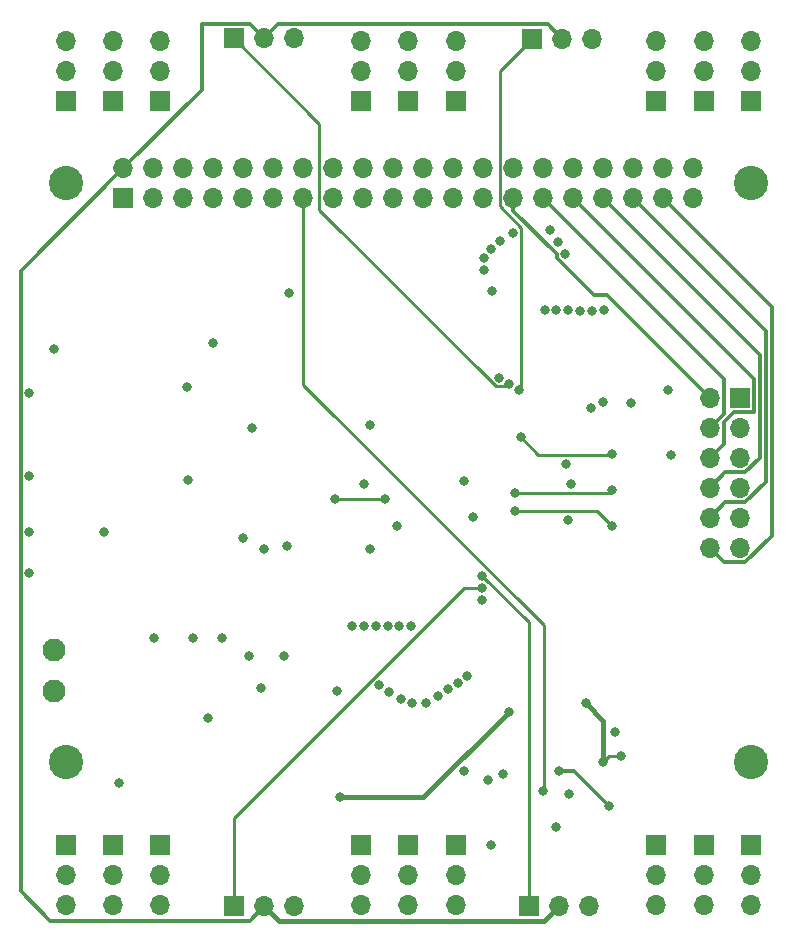
<source format=gbr>
%TF.GenerationSoftware,KiCad,Pcbnew,8.0.6-8.0.6-0~ubuntu24.04.1*%
%TF.CreationDate,2024-11-11T20:35:34-05:00*%
%TF.ProjectId,Hexapod_bot,48657861-706f-4645-9f62-6f742e6b6963,rev?*%
%TF.SameCoordinates,Original*%
%TF.FileFunction,Copper,L2,Inr*%
%TF.FilePolarity,Positive*%
%FSLAX46Y46*%
G04 Gerber Fmt 4.6, Leading zero omitted, Abs format (unit mm)*
G04 Created by KiCad (PCBNEW 8.0.6-8.0.6-0~ubuntu24.04.1) date 2024-11-11 20:35:34*
%MOMM*%
%LPD*%
G01*
G04 APERTURE LIST*
%TA.AperFunction,ComponentPad*%
%ADD10R,1.700000X1.700000*%
%TD*%
%TA.AperFunction,ComponentPad*%
%ADD11O,1.700000X1.700000*%
%TD*%
%TA.AperFunction,ComponentPad*%
%ADD12C,1.950000*%
%TD*%
%TA.AperFunction,ComponentPad*%
%ADD13C,2.900000*%
%TD*%
%TA.AperFunction,ViaPad*%
%ADD14C,0.800000*%
%TD*%
%TA.AperFunction,Conductor*%
%ADD15C,0.300000*%
%TD*%
%TA.AperFunction,Conductor*%
%ADD16C,0.240000*%
%TD*%
%TA.AperFunction,Conductor*%
%ADD17C,0.400000*%
%TD*%
%TA.AperFunction,Conductor*%
%ADD18C,0.250000*%
%TD*%
G04 APERTURE END LIST*
D10*
%TO.N,/servo_control/servo17*%
%TO.C,J21*%
X58000000Y-56000000D03*
D11*
%TO.N,6V_servo*%
X58000000Y-58540000D03*
%TO.N,GND*%
X58000000Y-61080000D03*
%TD*%
D10*
%TO.N,/servo_control/servo13*%
%TO.C,J17*%
X29000000Y-56000000D03*
D11*
%TO.N,6V_servo*%
X29000000Y-58540000D03*
%TO.N,GND*%
X29000000Y-61080000D03*
%TD*%
D10*
%TO.N,/servo_control/servo9*%
%TO.C,J13*%
X0Y-56000000D03*
D11*
%TO.N,6V_servo*%
X0Y-58540000D03*
%TO.N,GND*%
X0Y-61080000D03*
%TD*%
D10*
%TO.N,/servo_control/servo5*%
%TO.C,J7*%
X25000000Y7000000D03*
D11*
%TO.N,6V_servo*%
X25000000Y9540000D03*
%TO.N,GND*%
X25000000Y12080000D03*
%TD*%
D10*
%TO.N,/servo_control/servo12*%
%TO.C,J16*%
X25000000Y-56000000D03*
D11*
%TO.N,6V_servo*%
X25000000Y-58540000D03*
%TO.N,GND*%
X25000000Y-61080000D03*
%TD*%
D12*
%TO.N,GND*%
%TO.C,J3*%
X-1000000Y-43000000D03*
%TO.N,7.4V_batt*%
X-1000000Y-39500000D03*
%TD*%
D10*
%TO.N,/servo_control/pwm3*%
%TO.C,J24*%
X14225000Y-61225000D03*
D11*
%TO.N,5V_pi*%
X16765000Y-61225000D03*
%TO.N,GND*%
X19305000Y-61225000D03*
%TD*%
D10*
%TO.N,/servo_control/servo1*%
%TO.C,J11*%
X54000000Y7000000D03*
D11*
%TO.N,6V_servo*%
X54000000Y9540000D03*
%TO.N,GND*%
X54000000Y12080000D03*
%TD*%
D10*
%TO.N,/servo_control/servo3*%
%TO.C,J9*%
X33000000Y7000000D03*
D11*
%TO.N,6V_servo*%
X33000000Y9540000D03*
%TO.N,GND*%
X33000000Y12080000D03*
%TD*%
D10*
%TO.N,/servo_control/servo4*%
%TO.C,J8*%
X29000000Y7000000D03*
D11*
%TO.N,6V_servo*%
X29000000Y9540000D03*
%TO.N,GND*%
X29000000Y12080000D03*
%TD*%
D13*
%TO.N,GND*%
%TO.C,H4*%
X58000000Y-49000000D03*
%TD*%
%TO.N,GND*%
%TO.C,H1*%
X0Y0D03*
%TD*%
D10*
%TO.N,/servo_control/servo0*%
%TO.C,J12*%
X58000000Y7000000D03*
D11*
%TO.N,6V_servo*%
X58000000Y9540000D03*
%TO.N,GND*%
X58000000Y12080000D03*
%TD*%
D10*
%TO.N,/servo_control/pwm1*%
%TO.C,J22*%
X14225000Y12275000D03*
D11*
%TO.N,5V_pi*%
X16765000Y12275000D03*
%TO.N,GND*%
X19305000Y12275000D03*
%TD*%
D13*
%TO.N,GND*%
%TO.C,H2*%
X58000000Y0D03*
%TD*%
D10*
%TO.N,/servo_control/servo8*%
%TO.C,J4*%
X0Y7000000D03*
D11*
%TO.N,6V_servo*%
X0Y9540000D03*
%TO.N,GND*%
X0Y12080000D03*
%TD*%
D10*
%TO.N,/servo_control/servo16*%
%TO.C,J20*%
X54000000Y-56000000D03*
D11*
%TO.N,6V_servo*%
X54000000Y-58540000D03*
%TO.N,GND*%
X54000000Y-61080000D03*
%TD*%
D10*
%TO.N,/servo_control/servo14*%
%TO.C,J18*%
X33000000Y-56000000D03*
D11*
%TO.N,6V_servo*%
X33000000Y-58540000D03*
%TO.N,GND*%
X33000000Y-61080000D03*
%TD*%
D10*
%TO.N,/servo_control/pwm4*%
%TO.C,J25*%
X39225000Y-61225000D03*
D11*
%TO.N,5V_pi*%
X41765000Y-61225000D03*
%TO.N,GND*%
X44305000Y-61225000D03*
%TD*%
D10*
%TO.N,/servo_control/servo7*%
%TO.C,J5*%
X4000000Y7000000D03*
D11*
%TO.N,6V_servo*%
X4000000Y9540000D03*
%TO.N,GND*%
X4000000Y12080000D03*
%TD*%
D10*
%TO.N,/servo_control/servo11*%
%TO.C,J15*%
X8000000Y-56000000D03*
D11*
%TO.N,6V_servo*%
X8000000Y-58540000D03*
%TO.N,GND*%
X8000000Y-61080000D03*
%TD*%
D10*
%TO.N,/servo_control/servo6*%
%TO.C,J6*%
X8000000Y7000000D03*
D11*
%TO.N,6V_servo*%
X8000000Y9540000D03*
%TO.N,GND*%
X8000000Y12080000D03*
%TD*%
D13*
%TO.N,GND*%
%TO.C,H3*%
X0Y-49000000D03*
%TD*%
D11*
%TO.N,Net-(J1-Pin_37)*%
%TO.C,J2*%
X54500000Y-30875000D03*
%TO.N,3V3_pi*%
X57040000Y-30875000D03*
%TO.N,Net-(J1-Pin_35)*%
X54500000Y-28335000D03*
%TO.N,3V3_pi*%
X57040000Y-28335000D03*
%TO.N,Net-(J1-Pin_33)*%
X54500000Y-25795000D03*
%TO.N,3V3_pi*%
X57040000Y-25795000D03*
%TO.N,Net-(J1-Pin_31)*%
X54500000Y-23255000D03*
%TO.N,3V3_pi*%
X57040000Y-23255000D03*
%TO.N,Net-(J1-Pin_29)*%
X54500000Y-20715000D03*
%TO.N,3V3_pi*%
X57040000Y-20715000D03*
%TO.N,Net-(J1-Pin_27)*%
X54500000Y-18175000D03*
D10*
%TO.N,3V3_pi*%
X57040000Y-18175000D03*
%TD*%
%TO.N,/servo_control/pwm2*%
%TO.C,J23*%
X39500000Y12250000D03*
D11*
%TO.N,5V_pi*%
X42040000Y12250000D03*
%TO.N,GND*%
X44580000Y12250000D03*
%TD*%
D10*
%TO.N,/servo_control/servo2*%
%TO.C,J10*%
X50000000Y7000000D03*
D11*
%TO.N,6V_servo*%
X50000000Y9540000D03*
%TO.N,GND*%
X50000000Y12080000D03*
%TD*%
D10*
%TO.N,3V3_pi*%
%TO.C,J1*%
X4870000Y-1290000D03*
D11*
%TO.N,5V_pi*%
X4870000Y1250000D03*
%TO.N,SDA_3V3*%
X7410000Y-1290000D03*
%TO.N,unconnected-(J1-Pin_4-Pad4)*%
X7410000Y1250000D03*
%TO.N,SCL_3V3*%
X9950000Y-1290000D03*
%TO.N,GND*%
X9950000Y1250000D03*
%TO.N,CLK_3V3*%
X12490000Y-1290000D03*
%TO.N,Net-(J1-Pin_8)*%
X12490000Y1250000D03*
%TO.N,unconnected-(J1-Pin_9-Pad9)*%
X15030000Y-1290000D03*
%TO.N,unconnected-(J1-Pin_10-Pad10)*%
X15030000Y1250000D03*
%TO.N,unconnected-(J1-Pin_11-Pad11)*%
X17570000Y-1290000D03*
%TO.N,unconnected-(J1-Pin_12-Pad12)*%
X17570000Y1250000D03*
%TO.N,BattLow*%
X20110000Y-1290000D03*
%TO.N,unconnected-(J1-Pin_14-Pad14)*%
X20110000Y1250000D03*
%TO.N,unconnected-(J1-Pin_15-Pad15)*%
X22650000Y-1290000D03*
%TO.N,unconnected-(J1-Pin_16-Pad16)*%
X22650000Y1250000D03*
%TO.N,unconnected-(J1-Pin_17-Pad17)*%
X25190000Y-1290000D03*
%TO.N,unconnected-(J1-Pin_18-Pad18)*%
X25190000Y1250000D03*
%TO.N,unconnected-(J1-Pin_19-Pad19)*%
X27730000Y-1290000D03*
%TO.N,unconnected-(J1-Pin_20-Pad20)*%
X27730000Y1250000D03*
%TO.N,unconnected-(J1-Pin_21-Pad21)*%
X30270000Y-1290000D03*
%TO.N,unconnected-(J1-Pin_22-Pad22)*%
X30270000Y1250000D03*
%TO.N,unconnected-(J1-Pin_23-Pad23)*%
X32810000Y-1290000D03*
%TO.N,unconnected-(J1-Pin_24-Pad24)*%
X32810000Y1250000D03*
%TO.N,unconnected-(J1-Pin_25-Pad25)*%
X35350000Y-1290000D03*
%TO.N,unconnected-(J1-Pin_26-Pad26)*%
X35350000Y1250000D03*
%TO.N,Net-(J1-Pin_27)*%
X37890000Y-1290000D03*
%TO.N,unconnected-(J1-Pin_28-Pad28)*%
X37890000Y1250000D03*
%TO.N,Net-(J1-Pin_29)*%
X40430000Y-1290000D03*
%TO.N,unconnected-(J1-Pin_30-Pad30)*%
X40430000Y1250000D03*
%TO.N,Net-(J1-Pin_31)*%
X42970000Y-1290000D03*
%TO.N,unconnected-(J1-Pin_32-Pad32)*%
X42970000Y1250000D03*
%TO.N,Net-(J1-Pin_33)*%
X45510000Y-1290000D03*
%TO.N,unconnected-(J1-Pin_34-Pad34)*%
X45510000Y1250000D03*
%TO.N,Net-(J1-Pin_35)*%
X48050000Y-1290000D03*
%TO.N,unconnected-(J1-Pin_36-Pad36)*%
X48050000Y1250000D03*
%TO.N,Net-(J1-Pin_37)*%
X50590000Y-1290000D03*
%TO.N,unconnected-(J1-Pin_38-Pad38)*%
X50590000Y1250000D03*
%TO.N,GND*%
X53130000Y-1290000D03*
%TO.N,unconnected-(J1-Pin_40-Pad40)*%
X53130000Y1250000D03*
%TD*%
D10*
%TO.N,/servo_control/servo15*%
%TO.C,J19*%
X50000000Y-56000000D03*
D11*
%TO.N,6V_servo*%
X50000000Y-58540000D03*
%TO.N,GND*%
X50000000Y-61080000D03*
%TD*%
D10*
%TO.N,/servo_control/servo10*%
%TO.C,J14*%
X4000000Y-56000000D03*
D11*
%TO.N,6V_servo*%
X4000000Y-58540000D03*
%TO.N,GND*%
X4000000Y-61080000D03*
%TD*%
D14*
%TO.N,5V_pi*%
X51000000Y-17500000D03*
%TO.N,GND*%
X36091501Y-9091501D03*
X22750000Y-26750000D03*
X27000000Y-26750000D03*
X47875000Y-18625000D03*
%TO.N,7.4V_batt*%
X15500000Y-40000000D03*
%TO.N,GND*%
X34500000Y-28250000D03*
%TO.N,Net-(U5B--)*%
X23250000Y-52000000D03*
X37500000Y-44750000D03*
%TO.N,Net-(U5B-+)*%
X46000000Y-52750000D03*
X41750000Y-49750000D03*
%TO.N,GND*%
X33750000Y-49750000D03*
X42587500Y-51750000D03*
X10250000Y-17250000D03*
X10386050Y-25113950D03*
%TO.N,5V_pi*%
X18750000Y-30750000D03*
%TO.N,/servo_control/SCL_5V*%
X44500000Y-19000000D03*
%TO.N,/servo_control/SDA_5V*%
X45500000Y-18500000D03*
X42500000Y-28500000D03*
%TO.N,/servo_control/SCL_5V*%
X42750000Y-25500000D03*
%TO.N,SDA_3V3*%
X46250000Y-29000000D03*
%TO.N,SCL_3V3*%
X46250000Y-26000000D03*
%TO.N,CLK_3V3*%
X46250000Y-22950000D03*
X38500000Y-21500000D03*
%TO.N,SDA_3V3*%
X38000000Y-27750000D03*
%TO.N,SCL_3V3*%
X38000000Y-26250000D03*
%TO.N,Net-(U5B--)*%
X47000000Y-48500000D03*
X44000000Y-44000000D03*
X45500000Y-49000000D03*
%TO.N,Net-(U5A-+)*%
X46500000Y-46500000D03*
X37000000Y-50000000D03*
%TO.N,Net-(U5A--)*%
X41500000Y-54500000D03*
X35750000Y-50500000D03*
%TO.N,Net-(U4-OUT)*%
X36000000Y-56000000D03*
X23000000Y-43000000D03*
%TO.N,/servo_control/servo0*%
X42295001Y-6000000D03*
%TO.N,GND*%
X16500000Y-42750000D03*
%TO.N,5V_pi*%
X25750000Y-31000000D03*
%TO.N,7.4V_batt*%
X15000000Y-30000000D03*
X7500000Y-38500000D03*
X10750000Y-38500000D03*
X3250000Y-29500000D03*
X13250000Y-38500000D03*
%TO.N,GND*%
X34000000Y-41750000D03*
%TO.N,6V_servo*%
X-3075000Y-33000000D03*
X4500000Y-50750000D03*
X-3075000Y-29500000D03*
X-3075000Y-17750000D03*
X-3075000Y-24750000D03*
%TO.N,3V3_pi*%
X18918750Y-9331250D03*
%TO.N,BattLow*%
X40412500Y-51500000D03*
%TO.N,/servo_control/servo9*%
X26500000Y-42500000D03*
%TO.N,/servo_control/servo12*%
X29272012Y-44009064D03*
%TO.N,/servo_control/servo15*%
X32335894Y-42859403D03*
%TO.N,/servo_control/servo10*%
X27332053Y-43054702D03*
%TO.N,/servo_control/servo13*%
X30500000Y-44000000D03*
%TO.N,/servo_control/servo16*%
X33167947Y-42304702D03*
%TO.N,/servo_control/servo11*%
X28347339Y-43628296D03*
%TO.N,/servo_control/servo14*%
X31503843Y-43414105D03*
%TO.N,/servo_control/servo17*%
X35250000Y-35250000D03*
%TO.N,/servo_control/pwm3*%
X35259117Y-34240883D03*
%TO.N,/servo_control/pwm4*%
X35262119Y-33225650D03*
%TO.N,Net-(JP1-B)*%
X45552876Y-10747999D03*
%TO.N,Net-(JP2-B)*%
X44553589Y-10785810D03*
%TO.N,Net-(JP3-B)*%
X43535583Y-10785583D03*
%TO.N,Net-(JP4-B)*%
X42536605Y-10740335D03*
%TO.N,/servo_control/A5_1*%
X40536681Y-10749289D03*
%TO.N,/servo_control/A5_2*%
X29250003Y-37500000D03*
%TO.N,Net-(JP7-B)*%
X24226962Y-37504179D03*
%TO.N,Net-(JP8-B)*%
X25226847Y-37488874D03*
%TO.N,Net-(JP9-B)*%
X26240883Y-37490883D03*
%TO.N,Net-(JP10-B)*%
X27250000Y-37500000D03*
%TO.N,Net-(JP11-B)*%
X28250000Y-37500000D03*
%TO.N,Net-(U2-FB)*%
X12500000Y-13500000D03*
X18500000Y-40000000D03*
%TO.N,Net-(U1-PGATE)*%
X15750000Y-20750000D03*
X16750000Y-31000000D03*
%TO.N,Net-(JP5-B)*%
X41536678Y-10752621D03*
%TO.N,/servo_control/pwm1*%
X37510779Y-17029032D03*
%TO.N,/servo_control/servo8*%
X36680702Y-16471384D03*
%TO.N,/servo_control/servo3*%
X37852204Y-4214535D03*
%TO.N,/servo_control/servo4*%
X36750000Y-4892400D03*
%TO.N,/servo_control/servo5*%
X36035902Y-5612400D03*
%TO.N,/servo_control/servo6*%
X35365883Y-6365883D03*
%TO.N,/servo_control/servo2*%
X41000000Y-4000000D03*
%TO.N,/servo_control/servo7*%
X35375000Y-7375000D03*
%TO.N,/servo_control/servo1*%
X41645002Y-5000000D03*
%TO.N,/servo_control/pwm2*%
X38410077Y-17466374D03*
%TO.N,3V3_pi*%
X25750000Y-20500000D03*
X33750000Y-25250000D03*
X42332800Y-23750000D03*
X28000000Y-29000000D03*
X25250000Y-25500000D03*
X51250000Y-23000000D03*
%TO.N,Net-(U2-SW)*%
X12000000Y-45250000D03*
X-1000000Y-14000000D03*
%TD*%
D15*
%TO.N,Net-(J1-Pin_37)*%
X54500000Y-30875000D02*
X55700000Y-32075000D01*
X55700000Y-32075000D02*
X57537057Y-32075000D01*
X57537057Y-32075000D02*
X59750000Y-29862057D01*
X59750000Y-29862057D02*
X59750000Y-10450000D01*
X59750000Y-10450000D02*
X50590000Y-1290000D01*
%TO.N,Net-(J1-Pin_35)*%
X54500000Y-28335000D02*
X55840000Y-26995000D01*
X59250000Y-25282057D02*
X59250000Y-12490000D01*
X55840000Y-26995000D02*
X57537057Y-26995000D01*
X57537057Y-26995000D02*
X59250000Y-25282057D01*
X59250000Y-12490000D02*
X48050000Y-1290000D01*
%TO.N,Net-(J1-Pin_33)*%
X54500000Y-25795000D02*
X55840000Y-24455000D01*
X55840000Y-24455000D02*
X57537057Y-24455000D01*
X57537057Y-24455000D02*
X58750000Y-23242057D01*
X58750000Y-23242057D02*
X58750000Y-14530000D01*
X58750000Y-14530000D02*
X45510000Y-1290000D01*
%TO.N,Net-(J1-Pin_31)*%
X54500000Y-23255000D02*
X55700000Y-22055000D01*
X55700000Y-22055000D02*
X55700000Y-20222107D01*
X56547107Y-19375000D02*
X58240000Y-19375000D01*
X55700000Y-20222107D02*
X56547107Y-19375000D01*
X58240000Y-19375000D02*
X58240000Y-16560000D01*
X58240000Y-16560000D02*
X42970000Y-1290000D01*
%TO.N,Net-(J1-Pin_29)*%
X54500000Y-20715000D02*
X55700000Y-19515000D01*
X55700000Y-19515000D02*
X55700000Y-16560000D01*
X55700000Y-16560000D02*
X40430000Y-1290000D01*
%TO.N,Net-(J1-Pin_27)*%
X37890000Y-1290000D02*
X37890000Y-2344999D01*
X37890000Y-2344999D02*
X41545001Y-6000000D01*
X41545001Y-6000000D02*
X41545001Y-6310661D01*
X41545001Y-6310661D02*
X44734340Y-9500000D01*
X45825000Y-9500000D02*
X54500000Y-18175000D01*
X44734340Y-9500000D02*
X45825000Y-9500000D01*
D16*
%TO.N,SDA_3V3*%
X38000000Y-27750000D02*
X45000000Y-27750000D01*
X45000000Y-27750000D02*
X46250000Y-29000000D01*
%TO.N,GND*%
X22750000Y-26750000D02*
X22500000Y-26750000D01*
X27000000Y-26750000D02*
X22750000Y-26750000D01*
D17*
%TO.N,Net-(U5B--)*%
X23250000Y-52000000D02*
X30250000Y-52000000D01*
X30250000Y-52000000D02*
X37500000Y-44750000D01*
D16*
%TO.N,BattLow*%
X40412500Y-51500000D02*
X40500000Y-51412500D01*
X40500000Y-51412500D02*
X40500000Y-37445297D01*
X40500000Y-37445297D02*
X20110000Y-17055297D01*
X20110000Y-17055297D02*
X20110000Y-1290000D01*
D15*
%TO.N,Net-(U5B-+)*%
X43000000Y-49750000D02*
X46000000Y-52750000D01*
X41750000Y-49750000D02*
X43000000Y-49750000D01*
D16*
%TO.N,SCL_3V3*%
X46000000Y-26250000D02*
X46250000Y-26000000D01*
X38000000Y-26250000D02*
X46000000Y-26250000D01*
%TO.N,CLK_3V3*%
X46250000Y-22950000D02*
X46200000Y-23000000D01*
X46200000Y-23000000D02*
X40000000Y-23000000D01*
X40000000Y-23000000D02*
X38500000Y-21500000D01*
%TO.N,Net-(U5B--)*%
X46000000Y-48500000D02*
X47000000Y-48500000D01*
X45500000Y-49000000D02*
X46000000Y-48500000D01*
D17*
X45500000Y-45500000D02*
X44000000Y-44000000D01*
X45500000Y-49000000D02*
X45500000Y-45500000D01*
D16*
%TO.N,/servo_control/pwm2*%
X38410077Y-17466374D02*
X38572204Y-17304247D01*
X38572204Y-17304247D02*
X38572204Y-3822204D01*
X38572204Y-3822204D02*
X36720000Y-1970000D01*
X36720000Y-1970000D02*
X36720000Y9470000D01*
X36720000Y9470000D02*
X39500000Y12250000D01*
D18*
X39065000Y11815000D02*
X39500000Y12250000D01*
D15*
%TO.N,5V_pi*%
X16765000Y12275000D02*
X17965000Y13475000D01*
X17965000Y13475000D02*
X40815000Y13475000D01*
X40815000Y13475000D02*
X42040000Y12250000D01*
X4870000Y1250000D02*
X11500000Y7880000D01*
X11500000Y13475000D02*
X15565000Y13475000D01*
X11500000Y7880000D02*
X11500000Y13475000D01*
X15565000Y13475000D02*
X16765000Y12275000D01*
X16765000Y-61225000D02*
X15565000Y-62425000D01*
X-1325000Y-62425000D02*
X-3825000Y-59925000D01*
X15565000Y-62425000D02*
X-1325000Y-62425000D01*
X-3825000Y-59925000D02*
X-3825000Y-7445000D01*
X-3825000Y-7445000D02*
X4870000Y1250000D01*
D18*
%TO.N,/servo_control/pwm1*%
X37510779Y-17029032D02*
X37343427Y-17196384D01*
X37343427Y-17196384D02*
X36380397Y-17196384D01*
X36380397Y-17196384D02*
X21475000Y-2290987D01*
X21475000Y-2290987D02*
X21475000Y5025000D01*
X21475000Y5025000D02*
X14225000Y12275000D01*
D17*
%TO.N,5V_pi*%
X16765000Y-61225000D02*
X18015000Y-62475000D01*
X40515000Y-62475000D02*
X41765000Y-61225000D01*
X18015000Y-62475000D02*
X40515000Y-62475000D01*
D16*
%TO.N,/servo_control/pwm3*%
X14225000Y-53756766D02*
X14225000Y-61225000D01*
X33740883Y-34240883D02*
X14225000Y-53756766D01*
X35259117Y-34240883D02*
X33740883Y-34240883D01*
%TO.N,/servo_control/pwm4*%
X35262119Y-33225650D02*
X39225000Y-37188531D01*
X39225000Y-37188531D02*
X39225000Y-61225000D01*
%TO.N,/servo_control/servo8*%
X36680702Y-16471384D02*
X36843054Y-16309032D01*
%TD*%
M02*

</source>
